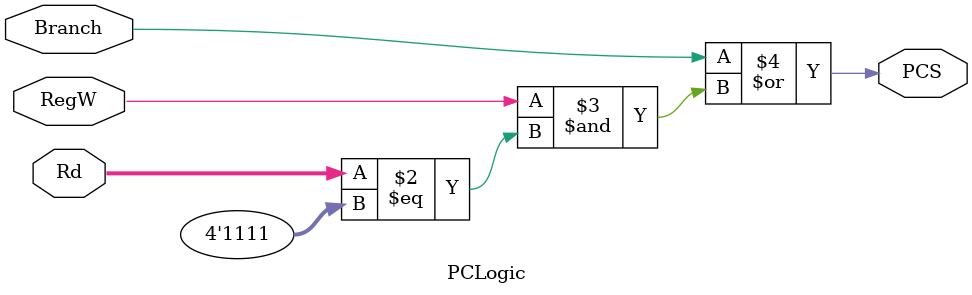
<source format=sv>
module PCLogic(
    input logic [3:0] Rd, // Registro de destino
    input logic Branch,
    input logic RegW,
    output logic PCS // Señal de control para el PC
);

    // Lógica combinacional para determinar la señal PCS
    always_comb begin
        
        PCS = Branch | (RegW & Rd == 4'b1111);

        
    end

endmodule
</source>
